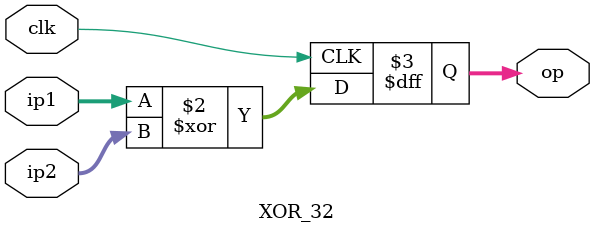
<source format=v>
`timescale 1ns / 1ps
module XOR_32(ip1,ip2,op,clk);
input clk;
input [32:1]ip1,ip2;
output reg [32:1]op;

always @(posedge clk) op <= ip1 ^ ip2;
endmodule

</source>
